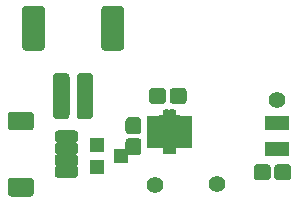
<source format=gbr>
G04 #@! TF.GenerationSoftware,KiCad,Pcbnew,(5.0.0-rc2-200-g1f6f76beb)*
G04 #@! TF.CreationDate,2020-02-24T22:29:59-05:00*
G04 #@! TF.ProjectId,watch-power,77617463682D706F7765722E6B696361,rev?*
G04 #@! TF.SameCoordinates,Original*
G04 #@! TF.FileFunction,Soldermask,Bot*
G04 #@! TF.FilePolarity,Negative*
%FSLAX46Y46*%
G04 Gerber Fmt 4.6, Leading zero omitted, Abs format (unit mm)*
G04 Created by KiCad (PCBNEW (5.0.0-rc2-200-g1f6f76beb)) date Mon Feb 24 22:29:59 2020*
%MOMM*%
%LPD*%
G01*
G04 APERTURE LIST*
%ADD10C,0.100000*%
%ADD11C,1.350000*%
%ADD12R,1.300000X1.200000*%
%ADD13C,1.000000*%
%ADD14C,1.600000*%
%ADD15C,1.400000*%
%ADD16R,1.000000X0.640000*%
%ADD17C,1.650000*%
%ADD18R,0.800000X1.300000*%
%ADD19C,1.900000*%
G04 APERTURE END LIST*
D10*
G04 #@! TO.C,C3*
G36*
X84291381Y-72123025D02*
X84324143Y-72127885D01*
X84356271Y-72135933D01*
X84387456Y-72147091D01*
X84417396Y-72161252D01*
X84445805Y-72178279D01*
X84472408Y-72198009D01*
X84496949Y-72220251D01*
X84519191Y-72244792D01*
X84538921Y-72271395D01*
X84555948Y-72299804D01*
X84570109Y-72329744D01*
X84581267Y-72360929D01*
X84589315Y-72393057D01*
X84594175Y-72425819D01*
X84595800Y-72458900D01*
X84595800Y-73133900D01*
X84594175Y-73166981D01*
X84589315Y-73199743D01*
X84581267Y-73231871D01*
X84570109Y-73263056D01*
X84555948Y-73292996D01*
X84538921Y-73321405D01*
X84519191Y-73348008D01*
X84496949Y-73372549D01*
X84472408Y-73394791D01*
X84445805Y-73414521D01*
X84417396Y-73431548D01*
X84387456Y-73445709D01*
X84356271Y-73456867D01*
X84324143Y-73464915D01*
X84291381Y-73469775D01*
X84258300Y-73471400D01*
X83483300Y-73471400D01*
X83450219Y-73469775D01*
X83417457Y-73464915D01*
X83385329Y-73456867D01*
X83354144Y-73445709D01*
X83324204Y-73431548D01*
X83295795Y-73414521D01*
X83269192Y-73394791D01*
X83244651Y-73372549D01*
X83222409Y-73348008D01*
X83202679Y-73321405D01*
X83185652Y-73292996D01*
X83171491Y-73263056D01*
X83160333Y-73231871D01*
X83152285Y-73199743D01*
X83147425Y-73166981D01*
X83145800Y-73133900D01*
X83145800Y-72458900D01*
X83147425Y-72425819D01*
X83152285Y-72393057D01*
X83160333Y-72360929D01*
X83171491Y-72329744D01*
X83185652Y-72299804D01*
X83202679Y-72271395D01*
X83222409Y-72244792D01*
X83244651Y-72220251D01*
X83269192Y-72198009D01*
X83295795Y-72178279D01*
X83324204Y-72161252D01*
X83354144Y-72147091D01*
X83385329Y-72135933D01*
X83417457Y-72127885D01*
X83450219Y-72123025D01*
X83483300Y-72121400D01*
X84258300Y-72121400D01*
X84291381Y-72123025D01*
X84291381Y-72123025D01*
G37*
D11*
X83870800Y-72796400D03*
D10*
G36*
X86041381Y-72123025D02*
X86074143Y-72127885D01*
X86106271Y-72135933D01*
X86137456Y-72147091D01*
X86167396Y-72161252D01*
X86195805Y-72178279D01*
X86222408Y-72198009D01*
X86246949Y-72220251D01*
X86269191Y-72244792D01*
X86288921Y-72271395D01*
X86305948Y-72299804D01*
X86320109Y-72329744D01*
X86331267Y-72360929D01*
X86339315Y-72393057D01*
X86344175Y-72425819D01*
X86345800Y-72458900D01*
X86345800Y-73133900D01*
X86344175Y-73166981D01*
X86339315Y-73199743D01*
X86331267Y-73231871D01*
X86320109Y-73263056D01*
X86305948Y-73292996D01*
X86288921Y-73321405D01*
X86269191Y-73348008D01*
X86246949Y-73372549D01*
X86222408Y-73394791D01*
X86195805Y-73414521D01*
X86167396Y-73431548D01*
X86137456Y-73445709D01*
X86106271Y-73456867D01*
X86074143Y-73464915D01*
X86041381Y-73469775D01*
X86008300Y-73471400D01*
X85233300Y-73471400D01*
X85200219Y-73469775D01*
X85167457Y-73464915D01*
X85135329Y-73456867D01*
X85104144Y-73445709D01*
X85074204Y-73431548D01*
X85045795Y-73414521D01*
X85019192Y-73394791D01*
X84994651Y-73372549D01*
X84972409Y-73348008D01*
X84952679Y-73321405D01*
X84935652Y-73292996D01*
X84921491Y-73263056D01*
X84910333Y-73231871D01*
X84902285Y-73199743D01*
X84897425Y-73166981D01*
X84895800Y-73133900D01*
X84895800Y-72458900D01*
X84897425Y-72425819D01*
X84902285Y-72393057D01*
X84910333Y-72360929D01*
X84921491Y-72329744D01*
X84935652Y-72299804D01*
X84952679Y-72271395D01*
X84972409Y-72244792D01*
X84994651Y-72220251D01*
X85019192Y-72198009D01*
X85045795Y-72178279D01*
X85074204Y-72161252D01*
X85104144Y-72147091D01*
X85135329Y-72135933D01*
X85167457Y-72127885D01*
X85200219Y-72123025D01*
X85233300Y-72121400D01*
X86008300Y-72121400D01*
X86041381Y-72123025D01*
X86041381Y-72123025D01*
G37*
D11*
X85620800Y-72796400D03*
G04 #@! TD*
D12*
G04 #@! TO.C,D1*
X78772000Y-78826400D03*
X78772000Y-76926400D03*
X80772000Y-77876400D03*
G04 #@! TD*
D10*
G04 #@! TO.C,J1*
G36*
X76917504Y-78725204D02*
X76941773Y-78728804D01*
X76965571Y-78734765D01*
X76988671Y-78743030D01*
X77010849Y-78753520D01*
X77031893Y-78766133D01*
X77051598Y-78780747D01*
X77069777Y-78797223D01*
X77086253Y-78815402D01*
X77100867Y-78835107D01*
X77113480Y-78856151D01*
X77123970Y-78878329D01*
X77132235Y-78901429D01*
X77138196Y-78925227D01*
X77141796Y-78949496D01*
X77143000Y-78974000D01*
X77143000Y-79474000D01*
X77141796Y-79498504D01*
X77138196Y-79522773D01*
X77132235Y-79546571D01*
X77123970Y-79569671D01*
X77113480Y-79591849D01*
X77100867Y-79612893D01*
X77086253Y-79632598D01*
X77069777Y-79650777D01*
X77051598Y-79667253D01*
X77031893Y-79681867D01*
X77010849Y-79694480D01*
X76988671Y-79704970D01*
X76965571Y-79713235D01*
X76941773Y-79719196D01*
X76917504Y-79722796D01*
X76893000Y-79724000D01*
X75443000Y-79724000D01*
X75418496Y-79722796D01*
X75394227Y-79719196D01*
X75370429Y-79713235D01*
X75347329Y-79704970D01*
X75325151Y-79694480D01*
X75304107Y-79681867D01*
X75284402Y-79667253D01*
X75266223Y-79650777D01*
X75249747Y-79632598D01*
X75235133Y-79612893D01*
X75222520Y-79591849D01*
X75212030Y-79569671D01*
X75203765Y-79546571D01*
X75197804Y-79522773D01*
X75194204Y-79498504D01*
X75193000Y-79474000D01*
X75193000Y-78974000D01*
X75194204Y-78949496D01*
X75197804Y-78925227D01*
X75203765Y-78901429D01*
X75212030Y-78878329D01*
X75222520Y-78856151D01*
X75235133Y-78835107D01*
X75249747Y-78815402D01*
X75266223Y-78797223D01*
X75284402Y-78780747D01*
X75304107Y-78766133D01*
X75325151Y-78753520D01*
X75347329Y-78743030D01*
X75370429Y-78734765D01*
X75394227Y-78728804D01*
X75418496Y-78725204D01*
X75443000Y-78724000D01*
X76893000Y-78724000D01*
X76917504Y-78725204D01*
X76917504Y-78725204D01*
G37*
D13*
X76168000Y-79224000D03*
D10*
G36*
X76917504Y-77725204D02*
X76941773Y-77728804D01*
X76965571Y-77734765D01*
X76988671Y-77743030D01*
X77010849Y-77753520D01*
X77031893Y-77766133D01*
X77051598Y-77780747D01*
X77069777Y-77797223D01*
X77086253Y-77815402D01*
X77100867Y-77835107D01*
X77113480Y-77856151D01*
X77123970Y-77878329D01*
X77132235Y-77901429D01*
X77138196Y-77925227D01*
X77141796Y-77949496D01*
X77143000Y-77974000D01*
X77143000Y-78474000D01*
X77141796Y-78498504D01*
X77138196Y-78522773D01*
X77132235Y-78546571D01*
X77123970Y-78569671D01*
X77113480Y-78591849D01*
X77100867Y-78612893D01*
X77086253Y-78632598D01*
X77069777Y-78650777D01*
X77051598Y-78667253D01*
X77031893Y-78681867D01*
X77010849Y-78694480D01*
X76988671Y-78704970D01*
X76965571Y-78713235D01*
X76941773Y-78719196D01*
X76917504Y-78722796D01*
X76893000Y-78724000D01*
X75443000Y-78724000D01*
X75418496Y-78722796D01*
X75394227Y-78719196D01*
X75370429Y-78713235D01*
X75347329Y-78704970D01*
X75325151Y-78694480D01*
X75304107Y-78681867D01*
X75284402Y-78667253D01*
X75266223Y-78650777D01*
X75249747Y-78632598D01*
X75235133Y-78612893D01*
X75222520Y-78591849D01*
X75212030Y-78569671D01*
X75203765Y-78546571D01*
X75197804Y-78522773D01*
X75194204Y-78498504D01*
X75193000Y-78474000D01*
X75193000Y-77974000D01*
X75194204Y-77949496D01*
X75197804Y-77925227D01*
X75203765Y-77901429D01*
X75212030Y-77878329D01*
X75222520Y-77856151D01*
X75235133Y-77835107D01*
X75249747Y-77815402D01*
X75266223Y-77797223D01*
X75284402Y-77780747D01*
X75304107Y-77766133D01*
X75325151Y-77753520D01*
X75347329Y-77743030D01*
X75370429Y-77734765D01*
X75394227Y-77728804D01*
X75418496Y-77725204D01*
X75443000Y-77724000D01*
X76893000Y-77724000D01*
X76917504Y-77725204D01*
X76917504Y-77725204D01*
G37*
D13*
X76168000Y-78224000D03*
D10*
G36*
X76917504Y-76725204D02*
X76941773Y-76728804D01*
X76965571Y-76734765D01*
X76988671Y-76743030D01*
X77010849Y-76753520D01*
X77031893Y-76766133D01*
X77051598Y-76780747D01*
X77069777Y-76797223D01*
X77086253Y-76815402D01*
X77100867Y-76835107D01*
X77113480Y-76856151D01*
X77123970Y-76878329D01*
X77132235Y-76901429D01*
X77138196Y-76925227D01*
X77141796Y-76949496D01*
X77143000Y-76974000D01*
X77143000Y-77474000D01*
X77141796Y-77498504D01*
X77138196Y-77522773D01*
X77132235Y-77546571D01*
X77123970Y-77569671D01*
X77113480Y-77591849D01*
X77100867Y-77612893D01*
X77086253Y-77632598D01*
X77069777Y-77650777D01*
X77051598Y-77667253D01*
X77031893Y-77681867D01*
X77010849Y-77694480D01*
X76988671Y-77704970D01*
X76965571Y-77713235D01*
X76941773Y-77719196D01*
X76917504Y-77722796D01*
X76893000Y-77724000D01*
X75443000Y-77724000D01*
X75418496Y-77722796D01*
X75394227Y-77719196D01*
X75370429Y-77713235D01*
X75347329Y-77704970D01*
X75325151Y-77694480D01*
X75304107Y-77681867D01*
X75284402Y-77667253D01*
X75266223Y-77650777D01*
X75249747Y-77632598D01*
X75235133Y-77612893D01*
X75222520Y-77591849D01*
X75212030Y-77569671D01*
X75203765Y-77546571D01*
X75197804Y-77522773D01*
X75194204Y-77498504D01*
X75193000Y-77474000D01*
X75193000Y-76974000D01*
X75194204Y-76949496D01*
X75197804Y-76925227D01*
X75203765Y-76901429D01*
X75212030Y-76878329D01*
X75222520Y-76856151D01*
X75235133Y-76835107D01*
X75249747Y-76815402D01*
X75266223Y-76797223D01*
X75284402Y-76780747D01*
X75304107Y-76766133D01*
X75325151Y-76753520D01*
X75347329Y-76743030D01*
X75370429Y-76734765D01*
X75394227Y-76728804D01*
X75418496Y-76725204D01*
X75443000Y-76724000D01*
X76893000Y-76724000D01*
X76917504Y-76725204D01*
X76917504Y-76725204D01*
G37*
D13*
X76168000Y-77224000D03*
D10*
G36*
X76917504Y-75725204D02*
X76941773Y-75728804D01*
X76965571Y-75734765D01*
X76988671Y-75743030D01*
X77010849Y-75753520D01*
X77031893Y-75766133D01*
X77051598Y-75780747D01*
X77069777Y-75797223D01*
X77086253Y-75815402D01*
X77100867Y-75835107D01*
X77113480Y-75856151D01*
X77123970Y-75878329D01*
X77132235Y-75901429D01*
X77138196Y-75925227D01*
X77141796Y-75949496D01*
X77143000Y-75974000D01*
X77143000Y-76474000D01*
X77141796Y-76498504D01*
X77138196Y-76522773D01*
X77132235Y-76546571D01*
X77123970Y-76569671D01*
X77113480Y-76591849D01*
X77100867Y-76612893D01*
X77086253Y-76632598D01*
X77069777Y-76650777D01*
X77051598Y-76667253D01*
X77031893Y-76681867D01*
X77010849Y-76694480D01*
X76988671Y-76704970D01*
X76965571Y-76713235D01*
X76941773Y-76719196D01*
X76917504Y-76722796D01*
X76893000Y-76724000D01*
X75443000Y-76724000D01*
X75418496Y-76722796D01*
X75394227Y-76719196D01*
X75370429Y-76713235D01*
X75347329Y-76704970D01*
X75325151Y-76694480D01*
X75304107Y-76681867D01*
X75284402Y-76667253D01*
X75266223Y-76650777D01*
X75249747Y-76632598D01*
X75235133Y-76612893D01*
X75222520Y-76591849D01*
X75212030Y-76569671D01*
X75203765Y-76546571D01*
X75197804Y-76522773D01*
X75194204Y-76498504D01*
X75193000Y-76474000D01*
X75193000Y-75974000D01*
X75194204Y-75949496D01*
X75197804Y-75925227D01*
X75203765Y-75901429D01*
X75212030Y-75878329D01*
X75222520Y-75856151D01*
X75235133Y-75835107D01*
X75249747Y-75815402D01*
X75266223Y-75797223D01*
X75284402Y-75780747D01*
X75304107Y-75766133D01*
X75325151Y-75753520D01*
X75347329Y-75743030D01*
X75370429Y-75734765D01*
X75394227Y-75728804D01*
X75418496Y-75725204D01*
X75443000Y-75724000D01*
X76893000Y-75724000D01*
X76917504Y-75725204D01*
X76917504Y-75725204D01*
G37*
D13*
X76168000Y-76224000D03*
D10*
G36*
X73092340Y-79725605D02*
X73124698Y-79730405D01*
X73156429Y-79738353D01*
X73187229Y-79749373D01*
X73216800Y-79763359D01*
X73244857Y-79780177D01*
X73271132Y-79799663D01*
X73295369Y-79821631D01*
X73317337Y-79845868D01*
X73336823Y-79872143D01*
X73353641Y-79900200D01*
X73367627Y-79929771D01*
X73378647Y-79960571D01*
X73386595Y-79992302D01*
X73391395Y-80024660D01*
X73393000Y-80057332D01*
X73393000Y-80990668D01*
X73391395Y-81023340D01*
X73386595Y-81055698D01*
X73378647Y-81087429D01*
X73367627Y-81118229D01*
X73353641Y-81147800D01*
X73336823Y-81175857D01*
X73317337Y-81202132D01*
X73295369Y-81226369D01*
X73271132Y-81248337D01*
X73244857Y-81267823D01*
X73216800Y-81284641D01*
X73187229Y-81298627D01*
X73156429Y-81309647D01*
X73124698Y-81317595D01*
X73092340Y-81322395D01*
X73059668Y-81324000D01*
X71526332Y-81324000D01*
X71493660Y-81322395D01*
X71461302Y-81317595D01*
X71429571Y-81309647D01*
X71398771Y-81298627D01*
X71369200Y-81284641D01*
X71341143Y-81267823D01*
X71314868Y-81248337D01*
X71290631Y-81226369D01*
X71268663Y-81202132D01*
X71249177Y-81175857D01*
X71232359Y-81147800D01*
X71218373Y-81118229D01*
X71207353Y-81087429D01*
X71199405Y-81055698D01*
X71194605Y-81023340D01*
X71193000Y-80990668D01*
X71193000Y-80057332D01*
X71194605Y-80024660D01*
X71199405Y-79992302D01*
X71207353Y-79960571D01*
X71218373Y-79929771D01*
X71232359Y-79900200D01*
X71249177Y-79872143D01*
X71268663Y-79845868D01*
X71290631Y-79821631D01*
X71314868Y-79799663D01*
X71341143Y-79780177D01*
X71369200Y-79763359D01*
X71398771Y-79749373D01*
X71429571Y-79738353D01*
X71461302Y-79730405D01*
X71493660Y-79725605D01*
X71526332Y-79724000D01*
X73059668Y-79724000D01*
X73092340Y-79725605D01*
X73092340Y-79725605D01*
G37*
D14*
X72293000Y-80524000D03*
D10*
G36*
X73092340Y-74125605D02*
X73124698Y-74130405D01*
X73156429Y-74138353D01*
X73187229Y-74149373D01*
X73216800Y-74163359D01*
X73244857Y-74180177D01*
X73271132Y-74199663D01*
X73295369Y-74221631D01*
X73317337Y-74245868D01*
X73336823Y-74272143D01*
X73353641Y-74300200D01*
X73367627Y-74329771D01*
X73378647Y-74360571D01*
X73386595Y-74392302D01*
X73391395Y-74424660D01*
X73393000Y-74457332D01*
X73393000Y-75390668D01*
X73391395Y-75423340D01*
X73386595Y-75455698D01*
X73378647Y-75487429D01*
X73367627Y-75518229D01*
X73353641Y-75547800D01*
X73336823Y-75575857D01*
X73317337Y-75602132D01*
X73295369Y-75626369D01*
X73271132Y-75648337D01*
X73244857Y-75667823D01*
X73216800Y-75684641D01*
X73187229Y-75698627D01*
X73156429Y-75709647D01*
X73124698Y-75717595D01*
X73092340Y-75722395D01*
X73059668Y-75724000D01*
X71526332Y-75724000D01*
X71493660Y-75722395D01*
X71461302Y-75717595D01*
X71429571Y-75709647D01*
X71398771Y-75698627D01*
X71369200Y-75684641D01*
X71341143Y-75667823D01*
X71314868Y-75648337D01*
X71290631Y-75626369D01*
X71268663Y-75602132D01*
X71249177Y-75575857D01*
X71232359Y-75547800D01*
X71218373Y-75518229D01*
X71207353Y-75487429D01*
X71199405Y-75455698D01*
X71194605Y-75423340D01*
X71193000Y-75390668D01*
X71193000Y-74457332D01*
X71194605Y-74424660D01*
X71199405Y-74392302D01*
X71207353Y-74360571D01*
X71218373Y-74329771D01*
X71232359Y-74300200D01*
X71249177Y-74272143D01*
X71268663Y-74245868D01*
X71290631Y-74221631D01*
X71314868Y-74199663D01*
X71341143Y-74180177D01*
X71369200Y-74163359D01*
X71398771Y-74149373D01*
X71429571Y-74138353D01*
X71461302Y-74130405D01*
X71493660Y-74125605D01*
X71526332Y-74124000D01*
X73059668Y-74124000D01*
X73092340Y-74125605D01*
X73092340Y-74125605D01*
G37*
D14*
X72293000Y-74924000D03*
G04 #@! TD*
D10*
G04 #@! TO.C,L1*
G36*
X82209381Y-74613025D02*
X82242143Y-74617885D01*
X82274271Y-74625933D01*
X82305456Y-74637091D01*
X82335396Y-74651252D01*
X82363805Y-74668279D01*
X82390408Y-74688009D01*
X82414949Y-74710251D01*
X82437191Y-74734792D01*
X82456921Y-74761395D01*
X82473948Y-74789804D01*
X82488109Y-74819744D01*
X82499267Y-74850929D01*
X82507315Y-74883057D01*
X82512175Y-74915819D01*
X82513800Y-74948900D01*
X82513800Y-75723900D01*
X82512175Y-75756981D01*
X82507315Y-75789743D01*
X82499267Y-75821871D01*
X82488109Y-75853056D01*
X82473948Y-75882996D01*
X82456921Y-75911405D01*
X82437191Y-75938008D01*
X82414949Y-75962549D01*
X82390408Y-75984791D01*
X82363805Y-76004521D01*
X82335396Y-76021548D01*
X82305456Y-76035709D01*
X82274271Y-76046867D01*
X82242143Y-76054915D01*
X82209381Y-76059775D01*
X82176300Y-76061400D01*
X81501300Y-76061400D01*
X81468219Y-76059775D01*
X81435457Y-76054915D01*
X81403329Y-76046867D01*
X81372144Y-76035709D01*
X81342204Y-76021548D01*
X81313795Y-76004521D01*
X81287192Y-75984791D01*
X81262651Y-75962549D01*
X81240409Y-75938008D01*
X81220679Y-75911405D01*
X81203652Y-75882996D01*
X81189491Y-75853056D01*
X81178333Y-75821871D01*
X81170285Y-75789743D01*
X81165425Y-75756981D01*
X81163800Y-75723900D01*
X81163800Y-74948900D01*
X81165425Y-74915819D01*
X81170285Y-74883057D01*
X81178333Y-74850929D01*
X81189491Y-74819744D01*
X81203652Y-74789804D01*
X81220679Y-74761395D01*
X81240409Y-74734792D01*
X81262651Y-74710251D01*
X81287192Y-74688009D01*
X81313795Y-74668279D01*
X81342204Y-74651252D01*
X81372144Y-74637091D01*
X81403329Y-74625933D01*
X81435457Y-74617885D01*
X81468219Y-74613025D01*
X81501300Y-74611400D01*
X82176300Y-74611400D01*
X82209381Y-74613025D01*
X82209381Y-74613025D01*
G37*
D11*
X81838800Y-75336400D03*
D10*
G36*
X82209381Y-76363025D02*
X82242143Y-76367885D01*
X82274271Y-76375933D01*
X82305456Y-76387091D01*
X82335396Y-76401252D01*
X82363805Y-76418279D01*
X82390408Y-76438009D01*
X82414949Y-76460251D01*
X82437191Y-76484792D01*
X82456921Y-76511395D01*
X82473948Y-76539804D01*
X82488109Y-76569744D01*
X82499267Y-76600929D01*
X82507315Y-76633057D01*
X82512175Y-76665819D01*
X82513800Y-76698900D01*
X82513800Y-77473900D01*
X82512175Y-77506981D01*
X82507315Y-77539743D01*
X82499267Y-77571871D01*
X82488109Y-77603056D01*
X82473948Y-77632996D01*
X82456921Y-77661405D01*
X82437191Y-77688008D01*
X82414949Y-77712549D01*
X82390408Y-77734791D01*
X82363805Y-77754521D01*
X82335396Y-77771548D01*
X82305456Y-77785709D01*
X82274271Y-77796867D01*
X82242143Y-77804915D01*
X82209381Y-77809775D01*
X82176300Y-77811400D01*
X81501300Y-77811400D01*
X81468219Y-77809775D01*
X81435457Y-77804915D01*
X81403329Y-77796867D01*
X81372144Y-77785709D01*
X81342204Y-77771548D01*
X81313795Y-77754521D01*
X81287192Y-77734791D01*
X81262651Y-77712549D01*
X81240409Y-77688008D01*
X81220679Y-77661405D01*
X81203652Y-77632996D01*
X81189491Y-77603056D01*
X81178333Y-77571871D01*
X81170285Y-77539743D01*
X81165425Y-77506981D01*
X81163800Y-77473900D01*
X81163800Y-76698900D01*
X81165425Y-76665819D01*
X81170285Y-76633057D01*
X81178333Y-76600929D01*
X81189491Y-76569744D01*
X81203652Y-76539804D01*
X81220679Y-76511395D01*
X81240409Y-76484792D01*
X81262651Y-76460251D01*
X81287192Y-76438009D01*
X81313795Y-76418279D01*
X81342204Y-76401252D01*
X81372144Y-76387091D01*
X81403329Y-76375933D01*
X81435457Y-76367885D01*
X81468219Y-76363025D01*
X81501300Y-76361400D01*
X82176300Y-76361400D01*
X82209381Y-76363025D01*
X82209381Y-76363025D01*
G37*
D11*
X81838800Y-77086400D03*
G04 #@! TD*
D10*
G04 #@! TO.C,L2*
G36*
X94908581Y-78574625D02*
X94941343Y-78579485D01*
X94973471Y-78587533D01*
X95004656Y-78598691D01*
X95034596Y-78612852D01*
X95063005Y-78629879D01*
X95089608Y-78649609D01*
X95114149Y-78671851D01*
X95136391Y-78696392D01*
X95156121Y-78722995D01*
X95173148Y-78751404D01*
X95187309Y-78781344D01*
X95198467Y-78812529D01*
X95206515Y-78844657D01*
X95211375Y-78877419D01*
X95213000Y-78910500D01*
X95213000Y-79585500D01*
X95211375Y-79618581D01*
X95206515Y-79651343D01*
X95198467Y-79683471D01*
X95187309Y-79714656D01*
X95173148Y-79744596D01*
X95156121Y-79773005D01*
X95136391Y-79799608D01*
X95114149Y-79824149D01*
X95089608Y-79846391D01*
X95063005Y-79866121D01*
X95034596Y-79883148D01*
X95004656Y-79897309D01*
X94973471Y-79908467D01*
X94941343Y-79916515D01*
X94908581Y-79921375D01*
X94875500Y-79923000D01*
X94100500Y-79923000D01*
X94067419Y-79921375D01*
X94034657Y-79916515D01*
X94002529Y-79908467D01*
X93971344Y-79897309D01*
X93941404Y-79883148D01*
X93912995Y-79866121D01*
X93886392Y-79846391D01*
X93861851Y-79824149D01*
X93839609Y-79799608D01*
X93819879Y-79773005D01*
X93802852Y-79744596D01*
X93788691Y-79714656D01*
X93777533Y-79683471D01*
X93769485Y-79651343D01*
X93764625Y-79618581D01*
X93763000Y-79585500D01*
X93763000Y-78910500D01*
X93764625Y-78877419D01*
X93769485Y-78844657D01*
X93777533Y-78812529D01*
X93788691Y-78781344D01*
X93802852Y-78751404D01*
X93819879Y-78722995D01*
X93839609Y-78696392D01*
X93861851Y-78671851D01*
X93886392Y-78649609D01*
X93912995Y-78629879D01*
X93941404Y-78612852D01*
X93971344Y-78598691D01*
X94002529Y-78587533D01*
X94034657Y-78579485D01*
X94067419Y-78574625D01*
X94100500Y-78573000D01*
X94875500Y-78573000D01*
X94908581Y-78574625D01*
X94908581Y-78574625D01*
G37*
D11*
X94488000Y-79248000D03*
D10*
G36*
X93158581Y-78574625D02*
X93191343Y-78579485D01*
X93223471Y-78587533D01*
X93254656Y-78598691D01*
X93284596Y-78612852D01*
X93313005Y-78629879D01*
X93339608Y-78649609D01*
X93364149Y-78671851D01*
X93386391Y-78696392D01*
X93406121Y-78722995D01*
X93423148Y-78751404D01*
X93437309Y-78781344D01*
X93448467Y-78812529D01*
X93456515Y-78844657D01*
X93461375Y-78877419D01*
X93463000Y-78910500D01*
X93463000Y-79585500D01*
X93461375Y-79618581D01*
X93456515Y-79651343D01*
X93448467Y-79683471D01*
X93437309Y-79714656D01*
X93423148Y-79744596D01*
X93406121Y-79773005D01*
X93386391Y-79799608D01*
X93364149Y-79824149D01*
X93339608Y-79846391D01*
X93313005Y-79866121D01*
X93284596Y-79883148D01*
X93254656Y-79897309D01*
X93223471Y-79908467D01*
X93191343Y-79916515D01*
X93158581Y-79921375D01*
X93125500Y-79923000D01*
X92350500Y-79923000D01*
X92317419Y-79921375D01*
X92284657Y-79916515D01*
X92252529Y-79908467D01*
X92221344Y-79897309D01*
X92191404Y-79883148D01*
X92162995Y-79866121D01*
X92136392Y-79846391D01*
X92111851Y-79824149D01*
X92089609Y-79799608D01*
X92069879Y-79773005D01*
X92052852Y-79744596D01*
X92038691Y-79714656D01*
X92027533Y-79683471D01*
X92019485Y-79651343D01*
X92014625Y-79618581D01*
X92013000Y-79585500D01*
X92013000Y-78910500D01*
X92014625Y-78877419D01*
X92019485Y-78844657D01*
X92027533Y-78812529D01*
X92038691Y-78781344D01*
X92052852Y-78751404D01*
X92069879Y-78722995D01*
X92089609Y-78696392D01*
X92111851Y-78671851D01*
X92136392Y-78649609D01*
X92162995Y-78629879D01*
X92191404Y-78612852D01*
X92221344Y-78598691D01*
X92252529Y-78587533D01*
X92284657Y-78579485D01*
X92317419Y-78574625D01*
X92350500Y-78573000D01*
X93125500Y-78573000D01*
X93158581Y-78574625D01*
X93158581Y-78574625D01*
G37*
D11*
X92738000Y-79248000D03*
G04 #@! TD*
D15*
G04 #@! TO.C,TP1*
X83667600Y-80365600D03*
G04 #@! TD*
D16*
G04 #@! TO.C,U3*
X83486800Y-76844400D03*
X83486800Y-76344400D03*
X83486800Y-75844400D03*
X83486800Y-75344400D03*
X83486800Y-74844400D03*
X86286800Y-74844400D03*
X86286800Y-75344400D03*
X86286800Y-75844400D03*
X86286800Y-76344400D03*
X86286800Y-76844400D03*
D17*
X84886800Y-75844400D03*
D10*
G36*
X84800818Y-73948243D02*
X84838337Y-73959624D01*
X84872914Y-73978106D01*
X84886800Y-73989502D01*
X84900686Y-73978106D01*
X84935263Y-73959624D01*
X84972782Y-73948243D01*
X85011800Y-73944400D01*
X85261800Y-73944400D01*
X85300818Y-73948243D01*
X85338337Y-73959624D01*
X85372914Y-73978106D01*
X85403221Y-74002979D01*
X85428094Y-74033286D01*
X85446576Y-74067863D01*
X85457957Y-74105382D01*
X85461800Y-74144400D01*
X85461800Y-74444400D01*
X85711800Y-74444400D01*
X85750818Y-74448243D01*
X85788337Y-74459624D01*
X85822914Y-74478106D01*
X85853221Y-74502979D01*
X85878094Y-74533286D01*
X85896576Y-74567863D01*
X85907957Y-74605382D01*
X85911800Y-74644400D01*
X85911800Y-77044400D01*
X85907957Y-77083418D01*
X85896576Y-77120937D01*
X85878094Y-77155514D01*
X85853221Y-77185821D01*
X85822914Y-77210694D01*
X85788337Y-77229176D01*
X85750818Y-77240557D01*
X85711800Y-77244400D01*
X85461800Y-77244400D01*
X85461800Y-77544400D01*
X85457957Y-77583418D01*
X85446576Y-77620937D01*
X85428094Y-77655514D01*
X85403221Y-77685821D01*
X85372914Y-77710694D01*
X85338337Y-77729176D01*
X85300818Y-77740557D01*
X85261800Y-77744400D01*
X85011800Y-77744400D01*
X84972782Y-77740557D01*
X84935263Y-77729176D01*
X84900686Y-77710694D01*
X84886800Y-77699298D01*
X84872914Y-77710694D01*
X84838337Y-77729176D01*
X84800818Y-77740557D01*
X84761800Y-77744400D01*
X84511800Y-77744400D01*
X84472782Y-77740557D01*
X84435263Y-77729176D01*
X84400686Y-77710694D01*
X84370379Y-77685821D01*
X84345506Y-77655514D01*
X84327024Y-77620937D01*
X84315643Y-77583418D01*
X84311800Y-77544400D01*
X84311800Y-77244400D01*
X84061800Y-77244400D01*
X84022782Y-77240557D01*
X83985263Y-77229176D01*
X83950686Y-77210694D01*
X83920379Y-77185821D01*
X83895506Y-77155514D01*
X83877024Y-77120937D01*
X83865643Y-77083418D01*
X83861800Y-77044400D01*
X83861800Y-74644400D01*
X83865643Y-74605382D01*
X83877024Y-74567863D01*
X83895506Y-74533286D01*
X83920379Y-74502979D01*
X83950686Y-74478106D01*
X83985263Y-74459624D01*
X84022782Y-74448243D01*
X84061800Y-74444400D01*
X84311800Y-74444400D01*
X84311800Y-74144400D01*
X84315643Y-74105382D01*
X84327024Y-74067863D01*
X84345506Y-74033286D01*
X84370379Y-74002979D01*
X84400686Y-73978106D01*
X84435263Y-73959624D01*
X84472782Y-73948243D01*
X84511800Y-73944400D01*
X84761800Y-73944400D01*
X84800818Y-73948243D01*
X84800818Y-73948243D01*
G37*
G04 #@! TD*
D18*
G04 #@! TO.C,U4*
X93330000Y-75100000D03*
X94630000Y-75100000D03*
X93980000Y-77300000D03*
X93980000Y-75100000D03*
X94630000Y-77300000D03*
X93330000Y-77300000D03*
G04 #@! TD*
D15*
G04 #@! TO.C,TP2*
X88900000Y-80264000D03*
G04 #@! TD*
G04 #@! TO.C,TP3*
X93980000Y-73152000D03*
G04 #@! TD*
D10*
G04 #@! TO.C,BT1*
G36*
X76108306Y-70857685D02*
X76142282Y-70862725D01*
X76175600Y-70871071D01*
X76207939Y-70882642D01*
X76238989Y-70897328D01*
X76268450Y-70914986D01*
X76296038Y-70935446D01*
X76321487Y-70958513D01*
X76344554Y-70983962D01*
X76365014Y-71011550D01*
X76382672Y-71041011D01*
X76397358Y-71072061D01*
X76408929Y-71104400D01*
X76417275Y-71137718D01*
X76422315Y-71171694D01*
X76424000Y-71206000D01*
X76424000Y-74406000D01*
X76422315Y-74440306D01*
X76417275Y-74474282D01*
X76408929Y-74507600D01*
X76397358Y-74539939D01*
X76382672Y-74570989D01*
X76365014Y-74600450D01*
X76344554Y-74628038D01*
X76321487Y-74653487D01*
X76296038Y-74676554D01*
X76268450Y-74697014D01*
X76238989Y-74714672D01*
X76207939Y-74729358D01*
X76175600Y-74740929D01*
X76142282Y-74749275D01*
X76108306Y-74754315D01*
X76074000Y-74756000D01*
X75374000Y-74756000D01*
X75339694Y-74754315D01*
X75305718Y-74749275D01*
X75272400Y-74740929D01*
X75240061Y-74729358D01*
X75209011Y-74714672D01*
X75179550Y-74697014D01*
X75151962Y-74676554D01*
X75126513Y-74653487D01*
X75103446Y-74628038D01*
X75082986Y-74600450D01*
X75065328Y-74570989D01*
X75050642Y-74539939D01*
X75039071Y-74507600D01*
X75030725Y-74474282D01*
X75025685Y-74440306D01*
X75024000Y-74406000D01*
X75024000Y-71206000D01*
X75025685Y-71171694D01*
X75030725Y-71137718D01*
X75039071Y-71104400D01*
X75050642Y-71072061D01*
X75065328Y-71041011D01*
X75082986Y-71011550D01*
X75103446Y-70983962D01*
X75126513Y-70958513D01*
X75151962Y-70935446D01*
X75179550Y-70914986D01*
X75209011Y-70897328D01*
X75240061Y-70882642D01*
X75272400Y-70871071D01*
X75305718Y-70862725D01*
X75339694Y-70857685D01*
X75374000Y-70856000D01*
X76074000Y-70856000D01*
X76108306Y-70857685D01*
X76108306Y-70857685D01*
G37*
D15*
X75724000Y-72806000D03*
D10*
G36*
X78108306Y-70857685D02*
X78142282Y-70862725D01*
X78175600Y-70871071D01*
X78207939Y-70882642D01*
X78238989Y-70897328D01*
X78268450Y-70914986D01*
X78296038Y-70935446D01*
X78321487Y-70958513D01*
X78344554Y-70983962D01*
X78365014Y-71011550D01*
X78382672Y-71041011D01*
X78397358Y-71072061D01*
X78408929Y-71104400D01*
X78417275Y-71137718D01*
X78422315Y-71171694D01*
X78424000Y-71206000D01*
X78424000Y-74406000D01*
X78422315Y-74440306D01*
X78417275Y-74474282D01*
X78408929Y-74507600D01*
X78397358Y-74539939D01*
X78382672Y-74570989D01*
X78365014Y-74600450D01*
X78344554Y-74628038D01*
X78321487Y-74653487D01*
X78296038Y-74676554D01*
X78268450Y-74697014D01*
X78238989Y-74714672D01*
X78207939Y-74729358D01*
X78175600Y-74740929D01*
X78142282Y-74749275D01*
X78108306Y-74754315D01*
X78074000Y-74756000D01*
X77374000Y-74756000D01*
X77339694Y-74754315D01*
X77305718Y-74749275D01*
X77272400Y-74740929D01*
X77240061Y-74729358D01*
X77209011Y-74714672D01*
X77179550Y-74697014D01*
X77151962Y-74676554D01*
X77126513Y-74653487D01*
X77103446Y-74628038D01*
X77082986Y-74600450D01*
X77065328Y-74570989D01*
X77050642Y-74539939D01*
X77039071Y-74507600D01*
X77030725Y-74474282D01*
X77025685Y-74440306D01*
X77024000Y-74406000D01*
X77024000Y-71206000D01*
X77025685Y-71171694D01*
X77030725Y-71137718D01*
X77039071Y-71104400D01*
X77050642Y-71072061D01*
X77065328Y-71041011D01*
X77082986Y-71011550D01*
X77103446Y-70983962D01*
X77126513Y-70958513D01*
X77151962Y-70935446D01*
X77179550Y-70914986D01*
X77209011Y-70897328D01*
X77240061Y-70882642D01*
X77272400Y-70871071D01*
X77305718Y-70862725D01*
X77339694Y-70857685D01*
X77374000Y-70856000D01*
X78074000Y-70856000D01*
X78108306Y-70857685D01*
X78108306Y-70857685D01*
G37*
D15*
X77724000Y-72806000D03*
D10*
G36*
X74038372Y-65157525D02*
X74069112Y-65162085D01*
X74099257Y-65169636D01*
X74128516Y-65180105D01*
X74156609Y-65193392D01*
X74183264Y-65209368D01*
X74208224Y-65227880D01*
X74231250Y-65248750D01*
X74252120Y-65271776D01*
X74270632Y-65296736D01*
X74286608Y-65323391D01*
X74299895Y-65351484D01*
X74310364Y-65380743D01*
X74317915Y-65410888D01*
X74322475Y-65441628D01*
X74324000Y-65472667D01*
X74324000Y-68639333D01*
X74322475Y-68670372D01*
X74317915Y-68701112D01*
X74310364Y-68731257D01*
X74299895Y-68760516D01*
X74286608Y-68788609D01*
X74270632Y-68815264D01*
X74252120Y-68840224D01*
X74231250Y-68863250D01*
X74208224Y-68884120D01*
X74183264Y-68902632D01*
X74156609Y-68918608D01*
X74128516Y-68931895D01*
X74099257Y-68942364D01*
X74069112Y-68949915D01*
X74038372Y-68954475D01*
X74007333Y-68956000D01*
X72740667Y-68956000D01*
X72709628Y-68954475D01*
X72678888Y-68949915D01*
X72648743Y-68942364D01*
X72619484Y-68931895D01*
X72591391Y-68918608D01*
X72564736Y-68902632D01*
X72539776Y-68884120D01*
X72516750Y-68863250D01*
X72495880Y-68840224D01*
X72477368Y-68815264D01*
X72461392Y-68788609D01*
X72448105Y-68760516D01*
X72437636Y-68731257D01*
X72430085Y-68701112D01*
X72425525Y-68670372D01*
X72424000Y-68639333D01*
X72424000Y-65472667D01*
X72425525Y-65441628D01*
X72430085Y-65410888D01*
X72437636Y-65380743D01*
X72448105Y-65351484D01*
X72461392Y-65323391D01*
X72477368Y-65296736D01*
X72495880Y-65271776D01*
X72516750Y-65248750D01*
X72539776Y-65227880D01*
X72564736Y-65209368D01*
X72591391Y-65193392D01*
X72619484Y-65180105D01*
X72648743Y-65169636D01*
X72678888Y-65162085D01*
X72709628Y-65157525D01*
X72740667Y-65156000D01*
X74007333Y-65156000D01*
X74038372Y-65157525D01*
X74038372Y-65157525D01*
G37*
D19*
X73374000Y-67056000D03*
D10*
G36*
X80738372Y-65157525D02*
X80769112Y-65162085D01*
X80799257Y-65169636D01*
X80828516Y-65180105D01*
X80856609Y-65193392D01*
X80883264Y-65209368D01*
X80908224Y-65227880D01*
X80931250Y-65248750D01*
X80952120Y-65271776D01*
X80970632Y-65296736D01*
X80986608Y-65323391D01*
X80999895Y-65351484D01*
X81010364Y-65380743D01*
X81017915Y-65410888D01*
X81022475Y-65441628D01*
X81024000Y-65472667D01*
X81024000Y-68639333D01*
X81022475Y-68670372D01*
X81017915Y-68701112D01*
X81010364Y-68731257D01*
X80999895Y-68760516D01*
X80986608Y-68788609D01*
X80970632Y-68815264D01*
X80952120Y-68840224D01*
X80931250Y-68863250D01*
X80908224Y-68884120D01*
X80883264Y-68902632D01*
X80856609Y-68918608D01*
X80828516Y-68931895D01*
X80799257Y-68942364D01*
X80769112Y-68949915D01*
X80738372Y-68954475D01*
X80707333Y-68956000D01*
X79440667Y-68956000D01*
X79409628Y-68954475D01*
X79378888Y-68949915D01*
X79348743Y-68942364D01*
X79319484Y-68931895D01*
X79291391Y-68918608D01*
X79264736Y-68902632D01*
X79239776Y-68884120D01*
X79216750Y-68863250D01*
X79195880Y-68840224D01*
X79177368Y-68815264D01*
X79161392Y-68788609D01*
X79148105Y-68760516D01*
X79137636Y-68731257D01*
X79130085Y-68701112D01*
X79125525Y-68670372D01*
X79124000Y-68639333D01*
X79124000Y-65472667D01*
X79125525Y-65441628D01*
X79130085Y-65410888D01*
X79137636Y-65380743D01*
X79148105Y-65351484D01*
X79161392Y-65323391D01*
X79177368Y-65296736D01*
X79195880Y-65271776D01*
X79216750Y-65248750D01*
X79239776Y-65227880D01*
X79264736Y-65209368D01*
X79291391Y-65193392D01*
X79319484Y-65180105D01*
X79348743Y-65169636D01*
X79378888Y-65162085D01*
X79409628Y-65157525D01*
X79440667Y-65156000D01*
X80707333Y-65156000D01*
X80738372Y-65157525D01*
X80738372Y-65157525D01*
G37*
D19*
X80074000Y-67056000D03*
G04 #@! TD*
M02*

</source>
